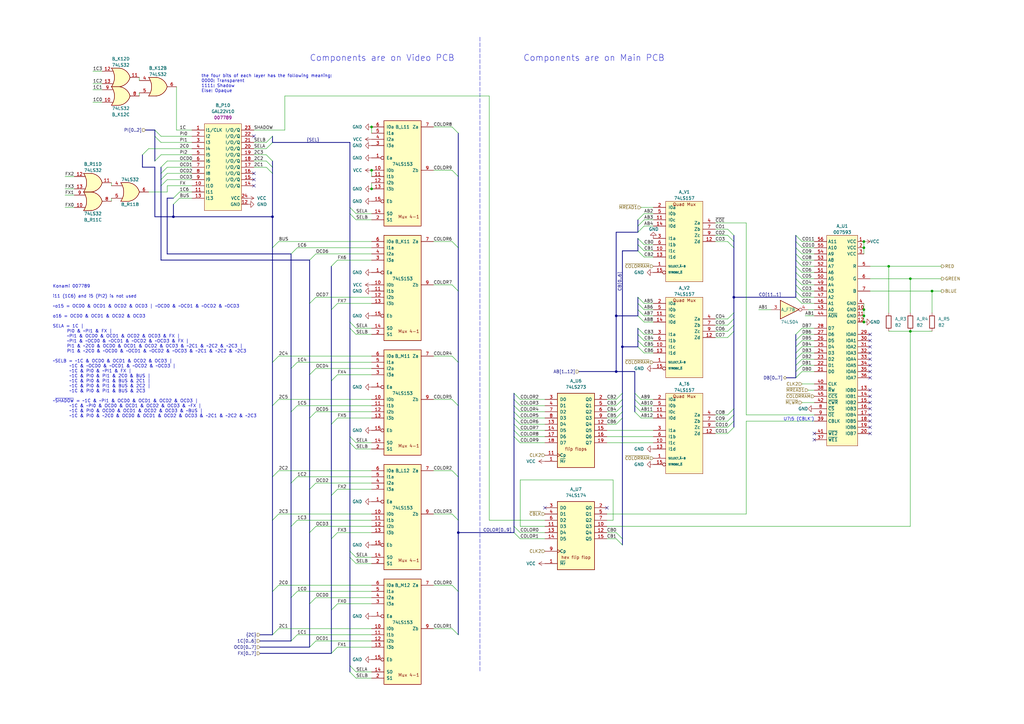
<source format=kicad_sch>
(kicad_sch (version 20231120) (generator "eeschema") (generator_version "8.0")
  (paper "A3")
  (title_block (title "Twin 16 - Rev B") (date "2024-03-10") (company "Konami GX785/GX870/GX808/GX903") (comment 1 "Ulf Skutnabba, twitter: @skutis77"))
  (bus_alias "SEL" (members "SELA" "SELB"))
  (junction (at 354.33 132.08))
  (junction (at 152.4 69.85))
  (junction (at 71.12 88.9))
  (junction (at 152.4 52.07))
  (junction (at 373.38 114.3))
  (junction (at 255.27 142.24))
  (junction (at 354.33 99.06))
  (junction (at 373.38 135.89))
  (junction (at 252.73 129.54))
  (junction (at 300.99 121.92))
  (junction (at 354.33 101.6))
  (junction (at 111.76 88.9))
  (junction (at 354.33 127))
  (junction (at 354.33 129.54))
  (junction (at 152.4 77.47))
  (junction (at 382.27 119.38))
  (junction (at 252.73 152.4))
  (junction (at 187.96 218.44))
  (junction (at 364.49 109.22))
  (no_connect (at 356.87 162.56))
  (no_connect (at 356.87 144.78))
  (no_connect (at 356.87 137.16))
  (no_connect (at 356.87 167.64))
  (no_connect (at 356.87 170.18))
  (no_connect (at 223.52 208.28))
  (no_connect (at 356.87 177.8))
  (no_connect (at 248.92 208.28))
  (no_connect (at 356.87 152.4))
  (no_connect (at 356.87 165.1))
  (no_connect (at 356.87 149.86))
  (no_connect (at 356.87 154.94))
  (no_connect (at 104.14 71.12))
  (no_connect (at 104.14 55.88))
  (no_connect (at 104.14 76.2))
  (no_connect (at 104.14 73.66))
  (no_connect (at 356.87 142.24))
  (no_connect (at 356.87 172.72))
  (no_connect (at 356.87 160.02))
  (no_connect (at 356.87 147.32))
  (no_connect (at 356.87 175.26))
  (no_connect (at 334.01 177.8))
  (no_connect (at 356.87 139.7))
  (no_connect (at 334.01 180.34))
  (bus_entry (at 261.62 92.71) (size 2.54 -2.54))
  (bus_entry (at 210.82 179.07) (size 2.54 2.54))
  (bus_entry (at 261.62 121.92) (size 2.54 2.54))
  (bus_entry (at 326.39 154.94) (size 2.54 -2.54))
  (bus_entry (at 66.04 76.2) (size 2.54 -2.54))
  (bus_entry (at 185.42 116.84) (size 2.54 2.54))
  (bus_entry (at 326.39 142.24) (size 2.54 -2.54))
  (bus_entry (at 326.39 119.38) (size 2.54 2.54))
  (bus_entry (at 326.39 101.6) (size 2.54 2.54))
  (bus_entry (at 127 265.43) (size 2.54 -2.54))
  (bus_entry (at 326.39 96.52) (size 2.54 2.54))
  (bus_entry (at 261.62 124.46) (size 2.54 2.54))
  (bus_entry (at 298.45 99.06) (size 2.54 2.54))
  (bus_entry (at 58.42 63.5) (size 2.54 -2.54))
  (bus_entry (at 119.38 245.11) (size 2.54 -2.54))
  (bus_entry (at 298.45 133.35) (size 2.54 -2.54))
  (bus_entry (at 298.45 170.18) (size 2.54 -2.54))
  (bus_entry (at 135.89 267.97) (size 2.54 -2.54))
  (bus_entry (at 326.39 147.32) (size 2.54 -2.54))
  (bus_entry (at 143.51 132.08) (size 2.54 2.54))
  (bus_entry (at 326.39 111.76) (size 2.54 2.54))
  (bus_entry (at 185.42 210.82) (size 2.54 2.54))
  (bus_entry (at 127 200.66) (size 2.54 -2.54))
  (bus_entry (at 298.45 172.72) (size 2.54 -2.54))
  (bus_entry (at 143.51 181.61) (size 2.54 2.54))
  (bus_entry (at 109.22 60.96) (size 2.54 -2.54))
  (bus_entry (at 261.62 134.62) (size 2.54 2.54))
  (bus_entry (at 261.62 90.17) (size 2.54 -2.54))
  (bus_entry (at 127 124.46) (size 2.54 -2.54))
  (bus_entry (at 185.42 257.81) (size 2.54 2.54))
  (bus_entry (at 66.04 73.66) (size 2.54 -2.54))
  (bus_entry (at 210.82 218.44) (size 2.54 2.54))
  (bus_entry (at 252.73 166.37) (size 2.54 -2.54))
  (bus_entry (at 111.76 148.59) (size 2.54 -2.54))
  (bus_entry (at 109.22 63.5) (size 2.54 2.54))
  (bus_entry (at 119.38 262.89) (size 2.54 -2.54))
  (bus_entry (at 260.35 168.91) (size 2.54 2.54))
  (bus_entry (at 111.76 101.6) (size 2.54 -2.54))
  (bus_entry (at 326.39 121.92) (size 2.54 2.54))
  (bus_entry (at 185.42 240.03) (size 2.54 2.54))
  (bus_entry (at 135.89 156.21) (size 2.54 -2.54))
  (bus_entry (at 326.39 106.68) (size 2.54 2.54))
  (bus_entry (at 119.38 198.12) (size 2.54 -2.54))
  (bus_entry (at 111.76 242.57) (size 2.54 -2.54))
  (bus_entry (at 127 106.68) (size 2.54 -2.54))
  (bus_entry (at 143.51 87.63) (size 2.54 2.54))
  (bus_entry (at 298.45 135.89) (size 2.54 -2.54))
  (bus_entry (at 63.5 53.34) (size 2.54 2.54))
  (bus_entry (at 185.42 193.04) (size 2.54 2.54))
  (bus_entry (at 298.45 130.81) (size 2.54 -2.54))
  (bus_entry (at 143.51 226.06) (size 2.54 2.54))
  (bus_entry (at 326.39 109.22) (size 2.54 2.54))
  (bus_entry (at 127 171.45) (size 2.54 -2.54))
  (bus_entry (at 119.38 151.13) (size 2.54 -2.54))
  (bus_entry (at 143.51 273.05) (size 2.54 2.54))
  (bus_entry (at 210.82 161.29) (size 2.54 2.54))
  (bus_entry (at 185.42 52.07) (size 2.54 2.54))
  (bus_entry (at 185.42 69.85) (size 2.54 2.54))
  (bus_entry (at 143.51 85.09) (size 2.54 2.54))
  (bus_entry (at 326.39 144.78) (size 2.54 -2.54))
  (bus_entry (at 210.82 176.53) (size 2.54 2.54))
  (bus_entry (at 63.5 55.88) (size 2.54 2.54))
  (bus_entry (at 260.35 166.37) (size 2.54 2.54))
  (bus_entry (at 111.76 260.35) (size 2.54 -2.54))
  (bus_entry (at 261.62 100.33) (size 2.54 2.54))
  (bus_entry (at 135.89 250.19) (size 2.54 -2.54))
  (bus_entry (at 252.73 163.83) (size 2.54 -2.54))
  (bus_entry (at 111.76 195.58) (size 2.54 -2.54))
  (bus_entry (at 326.39 116.84) (size 2.54 2.54))
  (bus_entry (at 261.62 129.54) (size 2.54 2.54))
  (bus_entry (at 119.38 215.9) (size 2.54 -2.54))
  (bus_entry (at 260.35 161.29) (size 2.54 2.54))
  (bus_entry (at 298.45 175.26) (size 2.54 -2.54))
  (bus_entry (at 298.45 96.52) (size 2.54 2.54))
  (bus_entry (at 143.51 275.59) (size 2.54 2.54))
  (bus_entry (at 326.39 99.06) (size 2.54 2.54))
  (bus_entry (at 119.38 168.91) (size 2.54 -2.54))
  (bus_entry (at 210.82 166.37) (size 2.54 2.54))
  (bus_entry (at 252.73 218.44) (size 2.54 2.54))
  (bus_entry (at 135.89 173.99) (size 2.54 -2.54))
  (bus_entry (at 143.51 134.62) (size 2.54 2.54))
  (bus_entry (at 66.04 71.12) (size 2.54 -2.54))
  (bus_entry (at 261.62 95.25) (size 2.54 -2.54))
  (bus_entry (at 135.89 127) (size 2.54 -2.54))
  (bus_entry (at 109.22 58.42) (size 2.54 -2.54))
  (bus_entry (at 135.89 220.98) (size 2.54 -2.54))
  (bus_entry (at 109.22 66.04) (size 2.54 2.54))
  (bus_entry (at 185.42 163.83) (size 2.54 2.54))
  (bus_entry (at 185.42 99.06) (size 2.54 2.54))
  (bus_entry (at 252.73 168.91) (size 2.54 -2.54))
  (bus_entry (at 210.82 173.99) (size 2.54 2.54))
  (bus_entry (at 127 153.67) (size 2.54 -2.54))
  (bus_entry (at 298.45 177.8) (size 2.54 -2.54))
  (bus_entry (at 260.35 163.83) (size 2.54 2.54))
  (bus_entry (at 252.73 173.99) (size 2.54 -2.54))
  (bus_entry (at 71.12 83.82) (size 2.54 -2.54))
  (bus_entry (at 210.82 168.91) (size 2.54 2.54))
  (bus_entry (at 143.51 179.07) (size 2.54 2.54))
  (bus_entry (at 326.39 149.86) (size 2.54 -2.54))
  (bus_entry (at 252.73 171.45) (size 2.54 -2.54))
  (bus_entry (at 135.89 109.22) (size 2.54 -2.54))
  (bus_entry (at 210.82 163.83) (size 2.54 2.54))
  (bus_entry (at 261.62 102.87) (size 2.54 2.54))
  (bus_entry (at 63.5 66.04) (size 2.54 -2.54))
  (bus_entry (at 298.45 138.43) (size 2.54 -2.54))
  (bus_entry (at 261.62 127) (size 2.54 2.54))
  (bus_entry (at 135.89 203.2) (size 2.54 -2.54))
  (bus_entry (at 326.39 139.7) (size 2.54 -2.54))
  (bus_entry (at 261.62 142.24) (size 2.54 2.54))
  (bus_entry (at 127 218.44) (size 2.54 -2.54))
  (bus_entry (at 326.39 114.3) (size 2.54 2.54))
  (bus_entry (at 109.22 68.58) (size 2.54 2.54))
  (bus_entry (at 261.62 137.16) (size 2.54 2.54))
  (bus_entry (at 210.82 171.45) (size 2.54 2.54))
  (bus_entry (at 326.39 137.16) (size 2.54 -2.54))
  (bus_entry (at 111.76 166.37) (size 2.54 -2.54))
  (bus_entry (at 326.39 152.4) (size 2.54 -2.54))
  (bus_entry (at 111.76 213.36) (size 2.54 -2.54))
  (bus_entry (at 71.12 81.28) (size 2.54 -2.54))
  (bus_entry (at 127 247.65) (size 2.54 -2.54))
  (bus_entry (at 261.62 97.79) (size 2.54 2.54))
  (bus_entry (at 298.45 93.98) (size 2.54 2.54))
  (bus_entry (at 252.73 220.98) (size 2.54 2.54))
  (bus_entry (at 326.39 104.14) (size 2.54 2.54))
  (bus_entry (at 66.04 68.58) (size 2.54 -2.54))
  (bus_entry (at 261.62 139.7) (size 2.54 2.54))
  (bus_entry (at 143.51 228.6) (size 2.54 2.54))
  (bus_entry (at 185.42 146.05) (size 2.54 2.54))
  (bus_entry (at 119.38 104.14) (size 2.54 -2.54))
  (bus_entry (at 210.82 215.9) (size 2.54 2.54))
  (wire (pts (xy 248.92 171.45) (xy 252.73 171.45)))
  (wire (pts (xy 373.38 114.3) (xy 373.38 128.27)))
  (bus (pts (xy 111.76 148.59) (xy 111.76 166.37)))
  (wire (pts (xy 328.93 121.92) (xy 334.01 121.92)))
  (bus (pts (xy 71.12 88.9) (xy 111.76 88.9)))
  (bus (pts (xy 143.51 132.08) (xy 143.51 134.62)))
  (bus (pts (xy 300.99 135.89) (xy 300.99 167.64)))
  (wire (pts (xy 114.3 163.83) (xy 152.4 163.83)))
  (bus (pts (xy 127 200.66) (xy 127 218.44)))
  (bus (pts (xy 63.5 88.9) (xy 71.12 88.9)))
  (wire (pts (xy 354.33 124.46) (xy 354.33 127)))
  (wire (pts (xy 138.43 124.46) (xy 152.4 124.46)))
  (bus (pts (xy 261.62 139.7) (xy 261.62 142.24)))
  (wire (pts (xy 138.43 265.43) (xy 152.4 265.43)))
  (wire (pts (xy 138.43 171.45) (xy 152.4 171.45)))
  (wire (pts (xy 200.66 39.37) (xy 116.84 39.37)))
  (wire (pts (xy 146.05 137.16) (xy 152.4 137.16)))
  (wire (pts (xy 248.92 163.83) (xy 252.73 163.83)))
  (bus (pts (xy 300.99 135.89) (xy 300.99 133.35)))
  (bus (pts (xy 187.96 101.6) (xy 187.96 119.38)))
  (wire (pts (xy 138.43 218.44) (xy 152.4 218.44)))
  (wire (pts (xy 328.93 116.84) (xy 334.01 116.84)))
  (wire (pts (xy 26.67 85.09) (xy 30.48 85.09)))
  (wire (pts (xy 177.8 99.06) (xy 185.42 99.06)))
  (wire (pts (xy 213.36 179.07) (xy 223.52 179.07)))
  (wire (pts (xy 264.16 87.63) (xy 267.97 87.63)))
  (wire (pts (xy 293.37 99.06) (xy 298.45 99.06)))
  (bus (pts (xy 326.39 114.3) (xy 326.39 116.84)))
  (bus (pts (xy 261.62 134.62) (xy 261.62 137.16)))
  (wire (pts (xy 146.05 87.63) (xy 152.4 87.63)))
  (bus (pts (xy 63.5 68.58) (xy 63.5 88.9)))
  (wire (pts (xy 26.67 72.39) (xy 30.48 72.39)))
  (wire (pts (xy 328.93 106.68) (xy 334.01 106.68)))
  (wire (pts (xy 177.8 257.81) (xy 185.42 257.81)))
  (bus (pts (xy 135.89 173.99) (xy 135.89 203.2)))
  (wire (pts (xy 364.49 135.89) (xy 373.38 135.89)))
  (bus (pts (xy 111.76 88.9) (xy 111.76 101.6)))
  (bus (pts (xy 135.89 109.22) (xy 135.89 127)))
  (bus (pts (xy 261.62 100.33) (xy 261.62 102.87)))
  (wire (pts (xy 138.43 106.68) (xy 152.4 106.68)))
  (wire (pts (xy 293.37 130.81) (xy 298.45 130.81)))
  (wire (pts (xy 264.16 105.41) (xy 267.97 105.41)))
  (wire (pts (xy 264.16 100.33) (xy 267.97 100.33)))
  (wire (pts (xy 73.66 81.28) (xy 78.74 81.28)))
  (wire (pts (xy 356.87 119.38) (xy 382.27 119.38)))
  (wire (pts (xy 68.58 68.58) (xy 78.74 68.58)))
  (bus (pts (xy 187.96 119.38) (xy 187.96 148.59)))
  (bus (pts (xy 111.76 242.57) (xy 111.76 260.35)))
  (wire (pts (xy 45.72 81.28) (xy 45.72 82.55)))
  (bus (pts (xy 111.76 195.58) (xy 111.76 213.36)))
  (bus (pts (xy 187.96 166.37) (xy 187.96 195.58)))
  (wire (pts (xy 328.93 137.16) (xy 334.01 137.16)))
  (bus (pts (xy 326.39 144.78) (xy 326.39 147.32)))
  (bus (pts (xy 326.39 96.52) (xy 326.39 99.06)))
  (wire (pts (xy 213.36 215.9) (xy 223.52 215.9)))
  (wire (pts (xy 248.92 166.37) (xy 252.73 166.37)))
  (bus (pts (xy 261.62 121.92) (xy 261.62 124.46)))
  (bus (pts (xy 143.51 226.06) (xy 143.51 228.6)))
  (bus (pts (xy 58.42 68.58) (xy 63.5 68.58)))
  (wire (pts (xy 328.93 139.7) (xy 334.01 139.7)))
  (wire (pts (xy 121.92 195.58) (xy 152.4 195.58)))
  (wire (pts (xy 129.54 245.11) (xy 152.4 245.11)))
  (wire (pts (xy 328.93 142.24) (xy 334.01 142.24)))
  (wire (pts (xy 138.43 200.66) (xy 152.4 200.66)))
  (wire (pts (xy 146.05 134.62) (xy 152.4 134.62)))
  (wire (pts (xy 262.89 166.37) (xy 267.97 166.37)))
  (wire (pts (xy 177.8 193.04) (xy 185.42 193.04)))
  (wire (pts (xy 26.67 80.01) (xy 30.48 80.01)))
  (wire (pts (xy 129.54 151.13) (xy 152.4 151.13)))
  (wire (pts (xy 328.93 124.46) (xy 334.01 124.46)))
  (bus (pts (xy 210.82 168.91) (xy 210.82 171.45)))
  (wire (pts (xy 248.92 220.98) (xy 252.73 220.98)))
  (bus (pts (xy 326.39 119.38) (xy 326.39 121.92)))
  (wire (pts (xy 121.92 260.35) (xy 152.4 260.35)))
  (wire (pts (xy 177.8 240.03) (xy 185.42 240.03)))
  (bus (pts (xy 261.62 97.79) (xy 261.62 100.33)))
  (wire (pts (xy 328.93 152.4) (xy 334.01 152.4)))
  (wire (pts (xy 38.1 41.91) (xy 41.91 41.91)))
  (bus (pts (xy 322.58 154.94) (xy 326.39 154.94)))
  (bus (pts (xy 66.04 76.2) (xy 66.04 106.68)))
  (wire (pts (xy 152.4 74.93) (xy 152.4 77.47)))
  (wire (pts (xy 114.3 193.04) (xy 152.4 193.04)))
  (bus (pts (xy 300.99 175.26) (xy 300.99 172.72)))
  (bus (pts (xy 66.04 73.66) (xy 66.04 76.2)))
  (wire (pts (xy 248.92 213.36) (xy 251.46 213.36)))
  (bus (pts (xy 210.82 171.45) (xy 210.82 173.99)))
  (wire (pts (xy 213.36 171.45) (xy 223.52 171.45)))
  (wire (pts (xy 328.93 147.32) (xy 334.01 147.32)))
  (wire (pts (xy 293.37 170.18) (xy 298.45 170.18)))
  (wire (pts (xy 114.3 146.05) (xy 152.4 146.05)))
  (bus (pts (xy 143.51 228.6) (xy 143.51 273.05)))
  (wire (pts (xy 60.96 78.74) (xy 68.58 78.74)))
  (wire (pts (xy 129.54 104.14) (xy 152.4 104.14)))
  (wire (pts (xy 264.16 142.24) (xy 267.97 142.24)))
  (wire (pts (xy 104.14 68.58) (xy 109.22 68.58)))
  (wire (pts (xy 248.92 215.9) (xy 373.38 215.9)))
  (wire (pts (xy 177.8 69.85) (xy 185.42 69.85)))
  (wire (pts (xy 138.43 153.67) (xy 152.4 153.67)))
  (wire (pts (xy 262.89 163.83) (xy 267.97 163.83)))
  (bus (pts (xy 68.58 81.28) (xy 68.58 104.14)))
  (bus (pts (xy 210.82 166.37) (xy 210.82 168.91)))
  (wire (pts (xy 354.33 127) (xy 354.33 129.54)))
  (bus (pts (xy 135.89 220.98) (xy 135.89 250.19)))
  (bus (pts (xy 111.76 66.04) (xy 111.76 68.58)))
  (bus (pts (xy 300.99 96.52) (xy 300.99 99.06)))
  (wire (pts (xy 373.38 135.89) (xy 382.27 135.89)))
  (wire (pts (xy 146.05 278.13) (xy 152.4 278.13)))
  (bus (pts (xy 127 218.44) (xy 127 247.65)))
  (bus (pts (xy 63.5 55.88) (xy 63.5 53.34)))
  (bus (pts (xy 326.39 111.76) (xy 326.39 114.3)))
  (bus (pts (xy 260.35 152.4) (xy 260.35 161.29)))
  (wire (pts (xy 104.14 66.04) (xy 109.22 66.04)))
  (bus (pts (xy 237.49 152.4) (xy 252.73 152.4)))
  (bus (pts (xy 326.39 116.84) (xy 326.39 119.38)))
  (wire (pts (xy 57.15 39.37) (xy 57.15 38.1)))
  (wire (pts (xy 213.36 163.83) (xy 223.52 163.83)))
  (wire (pts (xy 213.36 166.37) (xy 223.52 166.37)))
  (wire (pts (xy 293.37 96.52) (xy 298.45 96.52)))
  (wire (pts (xy 213.36 196.85) (xy 213.36 215.9)))
  (bus (pts (xy 326.39 152.4) (xy 326.39 154.94)))
  (bus (pts (xy 111.76 71.12) (xy 111.76 88.9)))
  (bus (pts (xy 106.68 262.89) (xy 119.38 262.89)))
  (wire (pts (xy 354.33 101.6) (xy 354.33 104.14)))
  (wire (pts (xy 129.54 121.92) (xy 152.4 121.92)))
  (bus (pts (xy 300.99 121.92) (xy 326.39 121.92)))
  (wire (pts (xy 264.16 127) (xy 267.97 127)))
  (wire (pts (xy 248.92 179.07) (xy 267.97 179.07)))
  (bus (pts (xy 300.99 172.72) (xy 300.99 170.18)))
  (bus (pts (xy 252.73 95.25) (xy 252.73 129.54)))
  (wire (pts (xy 293.37 172.72) (xy 298.45 172.72)))
  (wire (pts (xy 213.36 176.53) (xy 223.52 176.53)))
  (wire (pts (xy 121.92 213.36) (xy 152.4 213.36)))
  (wire (pts (xy 293.37 133.35) (xy 298.45 133.35)))
  (wire (pts (xy 177.8 146.05) (xy 185.42 146.05)))
  (wire (pts (xy 73.66 78.74) (xy 78.74 78.74)))
  (wire (pts (xy 146.05 231.14) (xy 152.4 231.14)))
  (wire (pts (xy 57.15 31.75) (xy 57.15 33.02)))
  (wire (pts (xy 264.16 144.78) (xy 267.97 144.78)))
  (bus (pts (xy 143.51 273.05) (xy 143.51 275.59)))
  (wire (pts (xy 248.92 176.53) (xy 267.97 176.53)))
  (bus (pts (xy 255.27 142.24) (xy 255.27 102.87)))
  (bus (pts (xy 187.96 148.59) (xy 187.96 166.37)))
  (bus (pts (xy 300.99 99.06) (xy 300.99 101.6)))
  (wire (pts (xy 121.92 148.59) (xy 152.4 148.59)))
  (wire (pts (xy 248.92 168.91) (xy 252.73 168.91)))
  (bus (pts (xy 111.76 68.58) (xy 111.76 71.12)))
  (bus (pts (xy 58.42 63.5) (xy 58.42 68.58)))
  (bus (pts (xy 255.27 161.29) (xy 255.27 142.24)))
  (wire (pts (xy 72.39 35.56) (xy 72.39 53.34)))
  (bus (pts (xy 187.96 72.39) (xy 187.96 101.6)))
  (wire (pts (xy 373.38 135.89) (xy 373.38 215.9)))
  (wire (pts (xy 248.92 218.44) (xy 252.73 218.44)))
  (bus (pts (xy 326.39 139.7) (xy 326.39 142.24)))
  (wire (pts (xy 354.33 129.54) (xy 354.33 132.08)))
  (wire (pts (xy 262.89 85.09) (xy 267.97 85.09)))
  (bus (pts (xy 326.39 147.32) (xy 326.39 149.86)))
  (bus (pts (xy 210.82 173.99) (xy 210.82 176.53)))
  (bus (pts (xy 71.12 81.28) (xy 68.58 81.28)))
  (wire (pts (xy 328.93 119.38) (xy 334.01 119.38)))
  (bus (pts (xy 210.82 176.53) (xy 210.82 179.07)))
  (bus (pts (xy 326.39 149.86) (xy 326.39 152.4)))
  (bus (pts (xy 119.38 215.9) (xy 119.38 245.11)))
  (bus (pts (xy 143.51 134.62) (xy 143.51 179.07)))
  (wire (pts (xy 328.93 109.22) (xy 334.01 109.22)))
  (wire (pts (xy 146.05 184.15) (xy 152.4 184.15)))
  (wire (pts (xy 45.72 74.93) (xy 45.72 76.2)))
  (bus (pts (xy 127 153.67) (xy 127 171.45)))
  (wire (pts (xy 68.58 73.66) (xy 78.74 73.66)))
  (wire (pts (xy 334.01 127) (xy 331.47 127)))
  (bus (pts (xy 255.27 168.91) (xy 255.27 171.45)))
  (bus (pts (xy 252.73 129.54) (xy 252.73 152.4)))
  (wire (pts (xy 129.54 262.89) (xy 152.4 262.89)))
  (wire (pts (xy 177.8 210.82) (xy 185.42 210.82)))
  (bus (pts (xy 255.27 161.29) (xy 255.27 163.83)))
  (wire (pts (xy 293.37 138.43) (xy 298.45 138.43)))
  (wire (pts (xy 66.04 58.42) (xy 78.74 58.42)))
  (bus (pts (xy 106.68 267.97) (xy 135.89 267.97)))
  (bus (pts (xy 187.96 213.36) (xy 187.96 218.44)))
  (bus (pts (xy 111.76 213.36) (xy 111.76 242.57)))
  (wire (pts (xy 38.1 29.21) (xy 41.91 29.21)))
  (wire (pts (xy 354.33 99.06) (xy 354.33 101.6)))
  (wire (pts (xy 264.16 90.17) (xy 267.97 90.17)))
  (bus (pts (xy 300.99 170.18) (xy 300.99 167.64)))
  (bus (pts (xy 71.12 83.82) (xy 71.12 88.9)))
  (bus (pts (xy 119.38 168.91) (xy 119.38 198.12)))
  (bus (pts (xy 143.51 87.63) (xy 143.51 132.08)))
  (wire (pts (xy 68.58 78.74) (xy 68.58 76.2)))
  (wire (pts (xy 26.67 77.47) (xy 30.48 77.47)))
  (bus (pts (xy 210.82 161.29) (xy 210.82 163.83)))
  (wire (pts (xy 146.05 228.6) (xy 152.4 228.6)))
  (wire (pts (xy 104.14 58.42) (xy 109.22 58.42)))
  (bus (pts (xy 261.62 95.25) (xy 252.73 95.25)))
  (wire (pts (xy 251.46 196.85) (xy 213.36 196.85)))
  (bus (pts (xy 66.04 68.58) (xy 66.04 71.12)))
  (bus (pts (xy 106.68 260.35) (xy 111.76 260.35)))
  (bus (pts (xy 255.27 102.87) (xy 261.62 102.87)))
  (wire (pts (xy 356.87 114.3) (xy 373.38 114.3)))
  (wire (pts (xy 152.4 69.85) (xy 152.4 72.39)))
  (wire (pts (xy 114.3 240.03) (xy 152.4 240.03)))
  (wire (pts (xy 306.07 170.18) (xy 306.07 91.44)))
  (bus (pts (xy 326.39 106.68) (xy 326.39 109.22)))
  (wire (pts (xy 306.07 172.72) (xy 306.07 210.82)))
  (bus (pts (xy 255.27 171.45) (xy 255.27 220.98)))
  (wire (pts (xy 331.47 160.02) (xy 334.01 160.02)))
  (wire (pts (xy 382.27 119.38) (xy 386.08 119.38)))
  (bus (pts (xy 210.82 215.9) (xy 210.82 218.44)))
  (wire (pts (xy 293.37 91.44) (xy 306.07 91.44)))
  (wire (pts (xy 386.08 114.3) (xy 373.38 114.3)))
  (wire (pts (xy 68.58 71.12) (xy 78.74 71.12)))
  (bus (pts (xy 68.58 104.14) (xy 119.38 104.14)))
  (wire (pts (xy 264.16 139.7) (xy 267.97 139.7)))
  (wire (pts (xy 138.43 247.65) (xy 152.4 247.65)))
  (wire (pts (xy 382.27 119.38) (xy 382.27 128.27)))
  (bus (pts (xy 59.69 53.34) (xy 63.5 53.34)))
  (wire (pts (xy 248.92 181.61) (xy 267.97 181.61)))
  (wire (pts (xy 60.96 60.96) (xy 78.74 60.96)))
  (wire (pts (xy 146.05 181.61) (xy 152.4 181.61)))
  (wire (pts (xy 328.93 104.14) (xy 334.01 104.14)))
  (bus (pts (xy 111.76 166.37) (xy 111.76 195.58)))
  (wire (pts (xy 264.16 137.16) (xy 267.97 137.16)))
  (wire (pts (xy 334.01 172.72) (xy 306.07 172.72)))
  (bus (pts (xy 326.39 101.6) (xy 326.39 104.14)))
  (wire (pts (xy 114.3 210.82) (xy 152.4 210.82)))
  (bus (pts (xy 127 124.46) (xy 127 153.67)))
  (wire (pts (xy 129.54 198.12) (xy 152.4 198.12)))
  (wire (pts (xy 328.93 99.06) (xy 334.01 99.06)))
  (wire (pts (xy 121.92 242.57) (xy 152.4 242.57)))
  (wire (pts (xy 72.39 53.34) (xy 78.74 53.34)))
  (bus (pts (xy 135.89 203.2) (xy 135.89 220.98)))
  (bus (pts (xy 106.68 265.43) (xy 127 265.43)))
  (wire (pts (xy 114.3 257.81) (xy 152.4 257.81)))
  (wire (pts (xy 152.4 52.07) (xy 152.4 54.61)))
  (wire (pts (xy 386.08 109.22) (xy 364.49 109.22)))
  (wire (pts (xy 248.92 173.99) (xy 252.73 173.99)))
  (bus (pts (xy 135.89 127) (xy 135.89 156.21)))
  (bus (pts (xy 187.96 54.61) (xy 187.96 72.39)))
  (bus (pts (xy 111.76 58.42) (xy 143.51 58.42)))
  (bus (pts (xy 143.51 58.42) (xy 143.51 85.09)))
  (bus (pts (xy 326.39 142.24) (xy 326.39 144.78)))
  (bus (pts (xy 300.99 121.92) (xy 300.99 128.27)))
  (wire (pts (xy 262.89 168.91) (xy 267.97 168.91)))
  (wire (pts (xy 330.2 129.54) (xy 334.01 129.54)))
  (wire (pts (xy 264.16 124.46) (xy 267.97 124.46)))
  (bus (pts (xy 300.99 101.6) (xy 300.99 121.92)))
  (bus (pts (xy 261.62 137.16) (xy 261.62 139.7)))
  (wire (pts (xy 38.1 36.83) (xy 41.91 36.83)))
  (wire (pts (xy 262.89 171.45) (xy 267.97 171.45)))
  (bus (pts (xy 143.51 181.61) (xy 143.51 226.06)))
  (wire (pts (xy 293.37 93.98) (xy 298.45 93.98)))
  (wire (pts (xy 213.36 181.61) (xy 223.52 181.61)))
  (wire (pts (xy 356.87 109.22) (xy 364.49 109.22)))
  (bus (pts (xy 66.04 106.68) (xy 127 106.68)))
  (wire (pts (xy 328.93 114.3) (xy 334.01 114.3)))
  (bus (pts (xy 119.38 151.13) (xy 119.38 168.91)))
  (bus (pts (xy 66.04 71.12) (xy 66.04 73.66)))
  (bus (pts (xy 135.89 156.21) (xy 135.89 173.99)))
  (wire (pts (xy 68.58 66.04) (xy 78.74 66.04)))
  (wire (pts (xy 129.54 168.91) (xy 152.4 168.91)))
  (bus (pts (xy 127 171.45) (xy 127 200.66)))
  (bus (pts (xy 255.27 142.24) (xy 261.62 142.24)))
  (bus (pts (xy 261.62 127) (xy 261.62 129.54)))
  (wire (pts (xy 200.66 213.36) (xy 200.66 39.37)))
  (polyline (pts (xy 196.85 15.24) (xy 196.85 275.59)) (stroke (width 0) (type dash)))
  (wire (pts (xy 66.04 55.88) (xy 78.74 55.88)))
  (bus (pts (xy 261.62 124.46) (xy 261.62 127)))
  (wire (pts (xy 146.05 275.59) (xy 152.4 275.59)))
  (wire (pts (xy 293.37 177.8) (xy 298.45 177.8)))
  (wire (pts (xy 213.36 220.98) (xy 223.52 220.98)))
  (wire (pts (xy 248.92 210.82) (xy 306.07 210.82)))
  (wire (pts (xy 213.36 218.44) (xy 223.52 218.44)))
  (wire (pts (xy 177.8 116.84) (xy 185.42 116.84)))
  (bus (pts (xy 143.51 179.07) (xy 143.51 181.61)))
  (wire (pts (xy 364.49 109.22) (xy 364.49 128.27)))
  (wire (pts (xy 177.8 52.07) (xy 185.42 52.07)))
  (wire (pts (xy 293.37 175.26) (xy 298.45 175.26)))
  (wire (pts (xy 328.93 111.76) (xy 334.01 111.76)))
  (bus (pts (xy 210.82 179.07) (xy 210.82 215.9)))
  (bus (pts (xy 326.39 104.14) (xy 326.39 106.68)))
  (wire (pts (xy 129.54 215.9) (xy 152.4 215.9)))
  (bus (pts (xy 127 106.68) (xy 127 124.46)))
  (bus (pts (xy 252.73 152.4) (xy 260.35 152.4)))
  (wire (pts (xy 328.93 101.6) (xy 334.01 101.6)))
  (wire (pts (xy 311.15 127) (xy 316.23 127)))
  (bus (pts (xy 187.96 218.44) (xy 210.82 218.44)))
  (bus (pts (xy 260.35 163.83) (xy 260.35 166.37)))
  (bus (pts (xy 260.35 161.29) (xy 260.35 163.83)))
  (bus (pts (xy 119.38 198.12) (xy 119.38 215.9)))
  (bus (pts (xy 300.99 130.81) (xy 300.99 128.27)))
  (wire (pts (xy 104.14 53.34) (xy 116.84 53.34)))
  (wire (pts (xy 328.93 144.78) (xy 334.01 144.78)))
  (wire (pts (xy 264.16 132.08) (xy 267.97 132.08)))
  (bus (pts (xy 326.39 137.16) (xy 326.39 139.7)))
  (wire (pts (xy 104.14 63.5) (xy 109.22 63.5)))
  (wire (pts (xy 121.92 101.6) (xy 152.4 101.6)))
  (bus (pts (xy 111.76 101.6) (xy 111.76 148.59)))
  (bus (pts (xy 260.35 166.37) (xy 260.35 168.91)))
  (bus (pts (xy 210.82 163.83) (xy 210.82 166.37)))
  (bus (pts (xy 187.96 242.57) (xy 187.96 260.35)))
  (wire (pts (xy 251.46 213.36) (xy 251.46 196.85)))
  (wire (pts (xy 264.16 129.54) (xy 267.97 129.54)))
  (wire (pts (xy 213.36 168.91) (xy 223.52 168.91)))
  (wire (pts (xy 264.16 92.71) (xy 267.97 92.71)))
  (wire (pts (xy 328.93 165.1) (xy 334.01 165.1)))
  (wire (pts (xy 38.1 34.29) (xy 41.91 34.29)))
  (wire (pts (xy 146.05 90.17) (xy 152.4 90.17)))
  (bus (pts (xy 255.27 220.98) (xy 255.27 223.52)))
  (bus (pts (xy 187.96 195.58) (xy 187.96 213.36)))
  (wire (pts (xy 116.84 39.37) (xy 116.84 53.34)))
  (bus (pts (xy 63.5 66.04) (xy 63.5 55.88)))
  (wire (pts (xy 114.3 99.06) (xy 152.4 99.06)))
  (bus (pts (xy 187.96 218.44) (xy 187.96 242.57)))
  (wire (pts (xy 66.04 63.5) (xy 78.74 63.5)))
  (bus (pts (xy 127 247.65) (xy 127 265.43)))
  (bus (pts (xy 135.89 250.19) (xy 135.89 267.97)))
  (wire (pts (xy 68.58 76.2) (xy 78.74 76.2)))
  (bus (pts (xy 261.62 90.17) (xy 261.62 92.71)))
  (bus (pts (xy 111.76 55.88) (xy 111.76 58.42)))
  (wire (pts (xy 306.07 170.18) (xy 334.01 170.18)))
  (wire (pts (xy 264.16 102.87) (xy 267.97 102.87)))
  (wire (pts (xy 177.8 163.83) (xy 185.42 163.83)))
  (bus (pts (xy 252.73 129.54) (xy 261.62 129.54)))
  (wire (pts (xy 200.66 213.36) (xy 223.52 213.36)))
  (bus (pts (xy 143.51 85.09) (xy 143.51 87.63)))
  (wire (pts (xy 213.36 173.99) (xy 223.52 173.99)))
  (wire (pts (xy 328.93 157.48) (xy 334.01 157.48)))
  (bus (pts (xy 261.62 92.71) (xy 261.62 95.25)))
  (wire (pts (xy 293.37 135.89) (xy 298.45 135.89)))
  (bus (pts (xy 255.27 166.37) (xy 255.27 168.91)))
  (wire (pts (xy 104.14 60.96) (xy 109.22 60.96)))
  (bus (pts (xy 326.39 99.06) (xy 326.39 101.6)))
  (wire (pts (xy 328.93 134.62) (xy 334.01 134.62)))
  (wire (pts (xy 121.92 166.37) (xy 152.4 166.37)))
  (bus (pts (xy 326.39 109.22) (xy 326.39 111.76)))
  (bus (pts (xy 119.38 104.14) (xy 119.38 151.13)))
  (bus (pts (xy 119.38 245.11) (xy 119.38 262.89)))
  (bus (pts (xy 300.99 133.35) (xy 300.99 130.81)))
  (bus (pts (xy 255.27 163.83) (xy 255.27 166.37)))
  (wire (pts (xy 328.93 149.86) (xy 334.01 149.86)))
  (text "the four bits of each layer has the following meaning:\n0000: Transparent\n1111: Shadow\nElse: Opaque" (at 82.55 38.1 0) (effects (font (size 1.27 1.27)) (justify left bottom)))
  (text "U7:5 (CBLK')" (at 321.31 172.72 0) (effects (font (size 1.27 1.27)) (justify left bottom)))
  (text "Konami 007789\n\ni11 (1C6) and i5 (PI2) is not used\n\n~o15 = OCD0 & OCD1 & OCD2 & OCD3 | ~OCD0 & ~OCD1 & ~OCD2 & ~OCD3\n\no16 = OCD0 & OCD1 & OCD2 & OCD3\n\nSELA = 1C |\n      PI0 & ~PI1 & FX |\n      ~PI1 & OCD0 & OCD1 & OCD2 & OCD3 & FX |\n      ~PI1 & ~OCD0 & ~OCD1 & ~OCD2 & ~OCD3 & FX |\n      PI1 & ~2C0 & OCD0 & OCD1 & OCD2 & OCD3 & ~2C1 & ~2C2 & ~2C3 |\n      PI1 & ~2C0 & ~OCD0 & ~OCD1 & ~OCD2 & ~OCD3 & ~2C1 & ~2C2 & ~2C3\n\n~SELB = ~1C & OCD0 & OCD1 & OCD2 & OCD3 |\n       ~1C & ~OCD0 & ~OCD1 & ~OCD2 & ~OCD3 |\n       ~1C & PI0 & ~PI1 & FX |\n       ~1C & PI0 & PI1 & 2C0 & BUS |\n       ~1C & PI0 & PI1 & BUS & 2C1 |\n       ~1C & PI0 & PI1 & BUS & 2C2 |\n       ~1C & PI0 & PI1 & BUS & 2C3\n\n~~{SHADOW} = ~1C & ~PI1 & OCD0 & OCD1 & OCD2 & OCD3 |\n       ~1C & ~PI0 & OCD0 & OCD1 & OCD2 & OCD3 & ~FX |\n       ~1C & PI0 & OCD0 & OCD1 & OCD2 & OCD3 & ~BUS |\n       ~1C & PI0 & ~2C0 & OCD0 & OCD1 & OCD2 & OCD3 & ~2C1 & ~2C2 & ~2C3" (at 21.59 171.45 0) (effects (font (size 1.27 1.27)) (justify left bottom)))
  (text "Components are on Video PCB" (at 127 25.4 0) (effects (font (size 2.54 2.54)) (justify left bottom)))
  (text "Components are on Main PCB" (at 214.63 25.4 0) (effects (font (size 2.54 2.54)) (justify left bottom)))
  (label "1C6" (at 121.92 101.6 0))
  (label "DB3" (at 328.93 144.78 0))
  (label "CO2" (at 328.93 121.92 0))
  (label "CO8" (at 293.37 170.18 0))
  (label "COLOR8" (at 213.36 179.07 0))
  (label "AB3" (at 264.16 90.17 0))
  (label "PI0" (at 73.66 55.88 0))
  (label "1C3" (at 121.92 213.36 0))
  (label "CO5" (at 328.93 114.3 0))
  (label "SELA" (at 146.05 275.59 0))
  (label "COLOR0" (at 213.36 218.44 0))
  (label "CB5" (at 264.16 142.24 0))
  (label "FX2" (at 138.43 200.66 0))
  (label "COLOR7" (at 177.8 116.84 0))
  (label "AB1" (at 330.2 129.54 0))
  (label "2C2" (at 104.14 66.04 0))
  (label "CO6" (at 293.37 135.89 0))
  (label "FX0" (at 26.67 85.09 0))
  (label "FX1" (at 138.43 265.43 0))
  (label "FX7" (at 138.43 124.46 0))
  (label "2C4" (at 114.3 146.05 0))
  (label "CO7" (at 293.37 138.43 0))
  (label "FX4" (at 138.43 153.67 0))
  (label "{SEL}" (at 125.73 58.42 0))
  (label "AB1" (at 311.15 127 0))
  (label "DB2" (at 328.93 147.32 0))
  (label "CB0" (at 248.92 218.44 0))
  (label "SELA" (at 146.05 228.6 0))
  (label "CO2" (at 293.37 96.52 0))
  (label "1C0" (at 38.1 41.91 0))
  (label "SELB" (at 146.05 184.15 0))
  (label "SELB" (at 146.05 278.13 0))
  (label "CO1" (at 293.37 93.98 0))
  (label "COLOR1" (at 213.36 220.98 0))
  (label "CO11" (at 328.93 99.06 0))
  (label "COLOR6" (at 213.36 173.99 0))
  (label "FX" (at 73.66 76.2 0))
  (label "AB11" (at 262.89 168.91 0))
  (label "CB4" (at 248.92 168.91 0))
  (label "COLOR[0..9]" (at 198.12 218.44 0))
  (label "CB[0..6]" (at 255.27 119.38 90))
  (label "1C5" (at 121.92 166.37 0))
  (label "COLOR5" (at 177.8 163.83 0))
  (label "SELB" (at 146.05 231.14 0))
  (label "CO1" (at 328.93 124.46 0))
  (label "DB6" (at 328.93 137.16 0))
  (label "1C0" (at 121.92 242.57 0))
  (label "COLOR8" (at 177.8 52.07 0))
  (label "1C" (at 73.66 53.34 0))
  (label "CO10" (at 328.93 101.6 0))
  (label "SELA" (at 146.05 181.61 0))
  (label "COLOR2" (at 177.8 193.04 0))
  (label "CO10" (at 293.37 175.26 0))
  (label "COLOR2" (at 213.36 163.83 0))
  (label "AB4" (at 264.16 92.71 0))
  (label "OCD4" (at 129.54 151.13 0))
  (label "1C1" (at 121.92 260.35 0))
  (label "CB2" (at 264.16 105.41 0))
  (label "2C2" (at 114.3 193.04 0))
  (label "CB3" (at 264.16 137.16 0))
  (label "1C3" (at 38.1 29.21 0))
  (label "OCD7" (at 129.54 121.92 0))
  (label "SHADOW" (at 104.14 53.34 0))
  (label "OCD0" (at 73.66 66.04 0))
  (label "CO[11..1]" (at 311.15 121.92 0))
  (label "CO4" (at 293.37 130.81 0))
  (label "AB12" (at 262.89 171.45 0))
  (label "DB0" (at 328.93 152.4 0))
  (label "FX5" (at 138.43 171.45 0))
  (label "COLOR4" (at 177.8 146.05 0))
  (label "~{COE}" (at 293.37 91.44 0))
  (label "CO11" (at 293.37 177.8 0))
  (label "CO5" (at 293.37 133.35 0))
  (label "CO7" (at 328.93 109.22 0))
  (label "1C2" (at 121.92 195.58 0))
  (label "2C1" (at 104.14 68.58 0))
  (label "1C2" (at 38.1 34.29 0))
  (label "COLOR9" (at 213.36 181.61 0))
  (label "AB9" (at 262.89 163.83 0))
  (label "CO3" (at 293.37 99.06 0))
  (label "OCD0" (at 129.54 245.11 0))
  (label "CB3" (at 248.92 166.37 0))
  (label "OCD5" (at 129.54 168.91 0))
  (label "1C1" (at 38.1 36.83 0))
  (label "COLOR7" (at 213.36 176.53 0))
  (label "FX3" (at 138.43 218.44 0))
  (label "PI1" (at 73.66 58.42 0))
  (label "AB6" (at 264.16 127 0))
  (label "1C6" (at 73.66 78.74 0))
  (label "AB10" (at 262.89 166.37 0))
  (label "BUS" (at 73.66 81.28 0))
  (label "AB5" (at 264.16 124.46 0))
  (label "AB8" (at 264.16 132.08 0))
  (label "COLOR1" (at 177.8 257.81 0))
  (label "FX3" (at 26.67 77.47 0))
  (label "CO4" (at 328.93 116.84 0))
  (label "FX1" (at 26.67 80.01 0))
  (label "2C0" (at 114.3 240.03 0))
  (label "OCD2" (at 73.66 71.12 0))
  (label "2C3" (at 114.3 210.82 0))
  (label "CB1" (at 264.16 102.87 0))
  (label "CB0" (at 264.16 100.33 0))
  (label "CO3" (at 328.93 119.38 0))
  (label "2C5" (at 114.3 163.83 0))
  (label "CB6" (at 248.92 173.99 0))
  (label "OCD2" (at 129.54 198.12 0))
  (label "CB5" (at 248.92 171.45 0))
  (label "FX0" (at 138.43 247.65 0))
  (label "DB7" (at 328.93 134.62 0))
  (label "DB4" (at 328.93 142.24 0))
  (label "PI2" (at 73.66 63.5 0))
  (label "OCD3" (at 129.54 215.9 0))
  (label "BUS" (at 114.3 99.06 0))
  (label "AB7" (at 264.16 129.54 0))
  (label "DB5" (at 328.93 139.7 0))
  (label "SELA" (at 104.14 60.96 0))
  (label "2C3" (at 104.14 63.5 0))
  (label "SELA" (at 146.05 134.62 0))
  (label "CO6" (at 328.93 111.76 0))
  (label "SELB" (at 146.05 90.17 0))
  (label "COLOR3" (at 177.8 210.82 0))
  (label "OCD1" (at 129.54 262.89 0))
  (label "1C4" (at 121.92 148.59 0))
  (label "COLOR4" (at 213.36 168.91 0))
  (label "CB4" (at 264.16 139.7 0))
  (label "SELA" (at 146.05 87.63 0))
  (label "2C0" (at 73.66 60.96 0))
  (label "AB2" (at 264.16 87.63 0))
  (label "CO9" (at 328.93 104.14 0))
  (label "CB6" (at 264.16 144.78 0))
  (label "FX6" (at 138.43 106.68 0))
  (label "FX2" (at 26.67 72.39 0))
  (label "OCD3" (at 73.66 73.66 0))
  (label "OCD1" (at 73.66 68.58 0))
  (label "CO9" (at 293.37 172.72 0))
  (label "2C1" (at 114.3 257.81 0))
  (label "COLOR3" (at 213.36 166.37 0))
  (label "DB1" (at 328.93 149.86 0))
  (label "COLOR6" (at 177.8 99.06 0))
  (label "COLOR0" (at 177.8 240.03 0))
  (label "OCD6" (at 129.54 104.14 0))
  (label "CB2" (at 248.92 163.83 0))
  (label "CO8" (at 328.93 106.68 0))
  (label "SELB" (at 104.14 58.42 0))
  (label "COLOR9" (at 177.8 69.85 0))
  (label "CB1" (at 248.92 220.98 0))
  (label "COLOR5" (at 213.36 171.45 0))
  (label "SELB" (at 146.05 137.16 0))
  (hierarchical_label "1C[0..6]" (shape input) (at 106.68 262.89 180))
  (hierarchical_label "FX[0..7]" (shape input) (at 106.68 267.97 180))
  (hierarchical_label "~{COLORRAM}" (shape input) (at 267.97 187.96 180))
  (hierarchical_label "AB[1..12]" (shape input) (at 237.49 152.4 180))
  (hierarchical_label "{2C}" (shape input) (at 106.68 260.35 180))
  (hierarchical_label "CLK2" (shape input) (at 223.52 226.06 180))
  (hierarchical_label "BLUE" (shape output) (at 386.08 119.38 0))
  (hierarchical_label "~{MREAD1}" (shape input) (at 331.47 160.02 180))
  (hierarchical_label "CLK2" (shape input) (at 328.93 157.48 180))
  (hierarchical_label "~{COLORRAM}" (shape input) (at 267.97 109.22 180))
  (hierarchical_label "RED" (shape output) (at 386.08 109.22 0))
  (hierarchical_label "DB[0..7]" (shape bidirectional) (at 322.58 154.94 180))
  (hierarchical_label "~{COLORRAM}" (shape input) (at 267.97 148.59 180))
  (hierarchical_label "~{CBLK}" (shape input) (at 223.52 210.82 180))
  (hierarchical_label "~{COLORRAM}" (shape input) (at 334.01 162.56 180))
  (hierarchical_label "~{MREAD1}" (shape input) (at 262.89 85.09 180))
  (hierarchical_label "PI[0..2]" (shape input) (at 59.69 53.34 180))
  (hierarchical_label "CLK2" (shape input) (at 223.52 186.69 180))
  (hierarchical_label "GREEN" (shape output) (at 386.08 114.3 0))
  (hierarchical_label "OCD[0..7]" (shape input) (at 106.68 265.43 180))
  (hierarchical_label "~{MLWR}" (shape input) (at 328.93 165.1 180))
  (symbol (lib_id "power:GND") (at 152.4 52.07 270) (unit 1)
    (property "Reference" "#PWR0416" (effects (hide yes)))
    (property "Value" "GND" (at 148.59 52.0699 90) (effects (justify right)))
  )
  (symbol (lib_id "power:GND") (at 267.97 97.79 180) (unit 1)
    (property "Reference" "#PWR0235" (effects (hide yes)))
    (property "Value" "GND" (at 266.065 93.98 0) (effects (justify right)))
  )
  (symbol (lib_id "jt74:74LS153") (at 165.1 210.82 0) (unit 1)
    (property "Reference" "B_L12" (at 165.1 193.04 0))
    (property "Value" "74LS153" (at 165.1 208.28 0))
    (property "Datasheet" "http://www.ti.com/lit/gpn/sn74LS153" (effects (hide yes)))
  )
  (symbol (lib_id "power:VCC") (at 354.33 99.06 270) (unit 1)
    (property "Reference" "#PWR0236" (effects (hide yes)))
    (property "Value" "VCC" (at 356.87 99.06 90) (effects (justify left)))
  )
  (symbol (lib_id "power:GND") (at 152.4 82.55 270) (unit 1)
    (property "Reference" "#PWR0412" (effects (hide yes)))
    (property "Value" "GND" (at 148.59 82.5499 90) (effects (justify right)))
  )
  (symbol (lib_id "power:GND") (at 334.01 167.64 270) (unit 1)
    (property "Reference" "#PWR0225" (effects (hide yes)))
    (property "Value" "GND" (at 331.47 167.64 90) (effects (justify right)))
  )
  (symbol (lib_id "power:GND") (at 354.33 132.08 90) (unit 1)
    (property "Reference" "#PWR0237" (effects (hide yes)))
    (property "Value" "GND" (at 356.87 132.08 90) (effects (justify right)))
  )
  (symbol (lib_id "power:GND") (at 152.4 176.53 270) (unit 1)
    (property "Reference" "#PWR0405" (effects (hide yes)))
    (property "Value" "GND" (at 148.59 176.5299 90) (effects (justify right)))
  )
  (symbol (lib_id "power:GND") (at 101.6 83.82 90) (unit 1)
    (property "Reference" "#PWR0418" (effects (hide yes)))
    (property "Value" "GND" (at 105.41 83.8199 90) (effects (justify right)))
  )
  (symbol (lib_id "Device:R") (at 373.38 132.08 0) (unit 1)
    (property "Reference" "A_R4" (at 375.92 130.8099 0) (effects (justify left)))
    (property "Value" "82" (at 375.92 133.3499 0) (effects (justify left)))
  )
  (symbol (lib_id "power:GND") (at 152.4 77.47 270) (unit 1)
    (property "Reference" "#PWR0413" (effects (hide yes)))
    (property "Value" "GND" (at 148.59 77.4699 90) (effects (justify right)))
  )
  (symbol (lib_id "konami:007593") (at 345.44 139.7 0) (unit 1)
    (property "Reference" "A_U1" (at 345.44 92.71 0))
    (property "Value" "007593" (at 345.44 95.25 0))
  )
  (symbol (lib_id "jt74:74LS32") (at 38.1 82.55 0) (unit 3)
    (property "Reference" "B_R11" (at 38.1 90.17 0))
    (property "Value" "74LS32" (at 38.1 87.63 0))
    (property "Datasheet" "http://www.ti.com/lit/gpn/sn74LS32" (effects (hide yes)))
  )
  (symbol (lib_id "power:VCC") (at 223.52 231.14 90) (unit 1)
    (property "Reference" "#PWR0408" (effects (hide yes)))
    (property "Value" "VCC" (at 219.71 231.1399 90) (effects (justify left)))
  )
  (symbol (lib_id "power:GND") (at 152.4 158.75 270) (unit 1)
    (property "Reference" "#PWR0424" (effects (hide yes)))
    (property "Value" "GND" (at 148.59 158.7499 90) (effects (justify right)))
  )
  (symbol (lib_id "jt74:74LS32") (at 64.77 35.56 0) (unit 2)
    (property "Reference" "B_K12" (at 64.77 27.94 0))
    (property "Value" "74LS32" (at 64.77 30.48 0))
    (property "Datasheet" "http://www.ti.com/lit/gpn/sn74LS32" (effects (hide yes)))
  )
  (symbol (lib_id "power:VCC") (at 101.6 81.28 270) (unit 1)
    (property "Reference" "#PWR0419" (effects (hide yes)))
    (property "Value" "VCC" (at 105.41 81.2799 90) (effects (justify left)))
  )
  (symbol (lib_id "jt74:74LS04") (at 323.85 127 0) (unit 2)
    (property "Reference" "A_F7" (at 323.215 127 0))
    (property "Value" "74LS04" (at 323.85 132.08 0))
    (property "Datasheet" "http://www.ti.com/lit/gpn/sn74LS04" (effects (hide yes)))
  )
  (symbol (lib_id "power:VCC") (at 223.52 189.23 90) (unit 1)
    (property "Reference" "#PWR0407" (effects (hide yes)))
    (property "Value" "VCC" (at 219.71 189.2299 90) (effects (justify left)))
  )
  (symbol (lib_id "power:GND") (at 267.97 184.15 270) (unit 1)
    (property "Reference" "#PWR0409" (effects (hide yes)))
    (property "Value" "GND" (at 264.16 184.1499 90) (effects (justify right)))
  )
  (symbol (lib_id "jt74:74LS157") (at 280.67 97.79 0) (unit 1)
    (property "Reference" "A_V1" (at 280.67 78.74 0))
    (property "Value" "74LS157" (at 280.67 81.28 0))
    (property "Datasheet" "https://www.alldatasheet.com/datasheet-pdf/pdf/27402/TI/74LS157.html" (effects (hide yes)))
  )
  (symbol (lib_id "power:GND") (at 152.4 129.54 270) (unit 1)
    (property "Reference" "#PWR0421" (effects (hide yes)))
    (property "Value" "GND" (at 148.59 129.5399 90) (effects (justify right)))
  )
  (symbol (lib_id "power:GND") (at 152.4 64.77 270) (unit 1)
    (property "Reference" "#PWR0411" (effects (hide yes)))
    (property "Value" "GND" (at 148.59 64.7699 90) (effects (justify right)))
  )
  (symbol (lib_id "power:GND") (at 152.4 252.73 270) (unit 1)
    (property "Reference" "#PWR0403" (effects (hide yes)))
    (property "Value" "GND" (at 148.59 252.7299 90) (effects (justify right)))
  )
  (symbol (lib_id "jt74:74LS157") (at 280.67 176.53 0) (unit 1)
    (property "Reference" "A_T6" (at 280.67 157.48 0))
    (property "Value" "74LS157" (at 280.67 160.02 0))
    (property "Datasheet" "https://www.alldatasheet.com/datasheet-pdf/pdf/27402/TI/74LS157.html" (effects (hide yes)))
  )
  (symbol (lib_id "power:VCC") (at 152.4 57.15 90) (unit 1)
    (property "Reference" "#PWR0415" (effects (hide yes)))
    (property "Value" "VCC" (at 148.59 57.1499 90) (effects (justify left)))
  )
  (symbol (lib_id "jt74:74LS32") (at 49.53 31.75 0) (unit 4)
    (property "Reference" "B_K12" (at 49.53 24.13 0))
    (property "Value" "74LS32" (at 49.53 26.67 0))
    (property "Datasheet" "http://www.ti.com/lit/gpn/sn74LS32" (effects (hide yes)))
  )
  (symbol (lib_id "jt74:74LS153") (at 165.1 257.81 0) (unit 1)
    (property "Reference" "B_M12" (at 165.1 240.03 0))
    (property "Value" "74LS153" (at 165.1 255.27 0))
    (property "Datasheet" "http://www.ti.com/lit/gpn/sn74LS153" (effects (hide yes)))
  )
  (symbol (lib_id "power:VCC") (at 152.4 116.84 90) (unit 1)
    (property "Reference" "#PWR0422" (effects (hide yes)))
    (property "Value" "VCC" (at 148.59 116.8399 90) (effects (justify left)))
  )
  (symbol (lib_id "jt74:74LS153") (at 165.1 69.85 0) (unit 1)
    (property "Reference" "B_L11" (at 165.1 52.07 0))
    (property "Value" "74LS153" (at 165.1 67.31 0))
    (property "Datasheet" "http://www.ti.com/lit/gpn/sn74LS153" (effects (hide yes)))
  )
  (symbol (lib_id "jt74:74LS32") (at 38.1 74.93 0) (unit 4)
    (property "Reference" "B_R11" (at 38.1 67.31 0))
    (property "Value" "74LS32" (at 38.1 69.85 0))
    (property "Datasheet" "http://www.ti.com/lit/gpn/sn74LS32" (effects (hide yes)))
  )
  (symbol (lib_id "power:GND") (at 152.4 223.52 270) (unit 1)
    (property "Reference" "#PWR0404" (effects (hide yes)))
    (property "Value" "GND" (at 148.59 223.5199 90) (effects (justify right)))
  )
  (symbol (lib_id "jt74:74LS174") (at 236.22 218.44 0) (unit 1)
    (property "Reference" "A_U7" (at 236.22 200.66 0))
    (property "Value" "74LS174" (at 236.22 203.2 0))
    (property "Datasheet" "http://www.ti.com/lit/gpn/sn74LS174" (effects (hide yes)))
  )
  (symbol (lib_id "power:GND") (at 152.4 119.38 270) (unit 1)
    (property "Reference" "#PWR0420" (effects (hide yes)))
    (property "Value" "GND" (at 148.59 119.3799 90) (effects (justify right)))
  )
  (symbol (lib_id "power:VCC") (at 152.4 69.85 90) (unit 1)
    (property "Reference" "#PWR0414" (effects (hide yes)))
    (property "Value" "VCC" (at 148.59 69.8499 90) (effects (justify left)))
  )
  (symbol (lib_id "jt74:74LS157") (at 280.67 137.16 0) (unit 1)
    (property "Reference" "A_V2" (at 280.67 118.11 0))
    (property "Value" "74LS157" (at 280.67 120.65 0))
    (property "Datasheet" "https://www.alldatasheet.com/datasheet-pdf/pdf/27402/TI/74LS157.html" (effects (hide yes)))
  )
  (symbol (lib_id "power:GND") (at 267.97 111.76 270) (unit 1)
    (property "Reference" "#PWR0234" (effects (hide yes)))
    (property "Value" "GND" (at 264.16 111.7599 90) (effects (justify right)))
  )
  (symbol (lib_id "jt74:74LS153") (at 165.1 116.84 0) (unit 1)
    (property "Reference" "B_K11" (at 165.1 99.06 0))
    (property "Value" "74LS153" (at 165.1 114.3 0))
    (property "Datasheet" "http://www.ti.com/lit/gpn/sn74LS153" (effects (hide yes)))
  )
  (symbol (lib_id "jt74:74LS32") (at 49.53 39.37 0) (unit 3)
    (property "Reference" "B_K12" (at 49.53 46.99 0))
    (property "Value" "74LS32" (at 49.53 44.45 0))
    (property "Datasheet" "http://www.ti.com/lit/gpn/sn74LS32" (effects (hide yes)))
  )
  (symbol (lib_id "power:GND") (at 267.97 151.13 270) (unit 1)
    (property "Reference" "#PWR0227" (effects (hide yes)))
    (property "Value" "GND" (at 264.16 151.1299 90) (effects (justify right)))
  )
  (symbol (lib_id "power:GND") (at 152.4 205.74 270) (unit 1)
    (property "Reference" "#PWR0406" (effects (hide yes)))
    (property "Value" "GND" (at 148.59 205.7399 90) (effects (justify right)))
  )
  (symbol (lib_id "jt74:74LS273") (at 236.22 176.53 0) (unit 1)
    (property "Reference" "A_U6" (at 236.22 156.21 0))
    (property "Value" "74LS273" (at 236.22 158.75 0))
    (property "Datasheet" "http://www.ti.com/lit/gpn/sn74LS273" (effects (hide yes)))
  )
  (symbol (lib_id "Device:R") (at 382.27 132.08 0) (unit 1)
    (property "Reference" "A_R5" (at 384.81 130.8099 0) (effects (justify left)))
    (property "Value" "82" (at 384.81 133.3499 0) (effects (justify left)))
  )
  (symbol (lib_id "Device:R") (at 364.49 132.08 0) (unit 1)
    (property "Reference" "A_R3" (at 367.03 130.8099 0) (effects (justify left)))
    (property "Value" "82" (at 367.03 133.3499 0) (effects (justify left)))
  )
  (symbol (lib_id "power:GND") (at 152.4 270.51 270) (unit 1)
    (property "Reference" "#PWR0402" (effects (hide yes)))
    (property "Value" "GND" (at 148.59 270.5099 90) (effects (justify right)))
  )
  (symbol (lib_id "power:GND") (at 267.97 190.5 270) (unit 1)
    (property "Reference" "#PWR0410" (effects (hide yes)))
    (property "Value" "GND" (at 264.16 190.4999 90) (effects (justify right)))
  )
  (symbol (lib_id "jt74:74LS153") (at 165.1 163.83 0) (unit 1)
    (property "Reference" "B_M11" (at 165.1 146.05 0))
    (property "Value" "74LS153" (at 165.1 161.29 0))
    (property "Datasheet" "http://www.ti.com/lit/gpn/sn74LS153" (effects (hide yes)))
  )
  (symbol (lib_id "jt74:74LS32") (at 53.34 78.74 0) (unit 2)
    (property "Reference" "B_R11" (at 53.34 83.82 0))
    (property "Value" "74LS32" (at 53.34 73.66 0))
    (property "Datasheet" "http://www.ti.com/lit/gpn/sn74LS32" (effects (hide yes)))
  )
  (symbol (lib_id "power:GND") (at 152.4 111.76 270) (unit 1)
    (property "Reference" "#PWR0423" (effects (hide yes)))
    (property "Value" "GND" (at 148.59 111.7599 90) (effects (justify right)))
  )
  (symbol (lib_id "arcade:GAL22V10") (at 91.44 68.58 0) (unit 1)
    (property "Reference" "B_P10" (at 91.44 43.18 0))
    (property "Value" "GAL22V10" (at 91.44 45.72 0))
    (property "Datasheet" "https://archive.org/details/gal22v10" (effects (hide yes)))
    (property "Reference2" "007789" (at 91.44 48.26 0))
  )
  (symbol (lib_id "power:GND") (at 152.4 59.69 270) (unit 1)
    (property "Reference" "#PWR0417" (effects (hide yes)))
    (property "Value" "GND" (at 148.59 59.6899 90) (effects (justify right)))
  )
)
</source>
